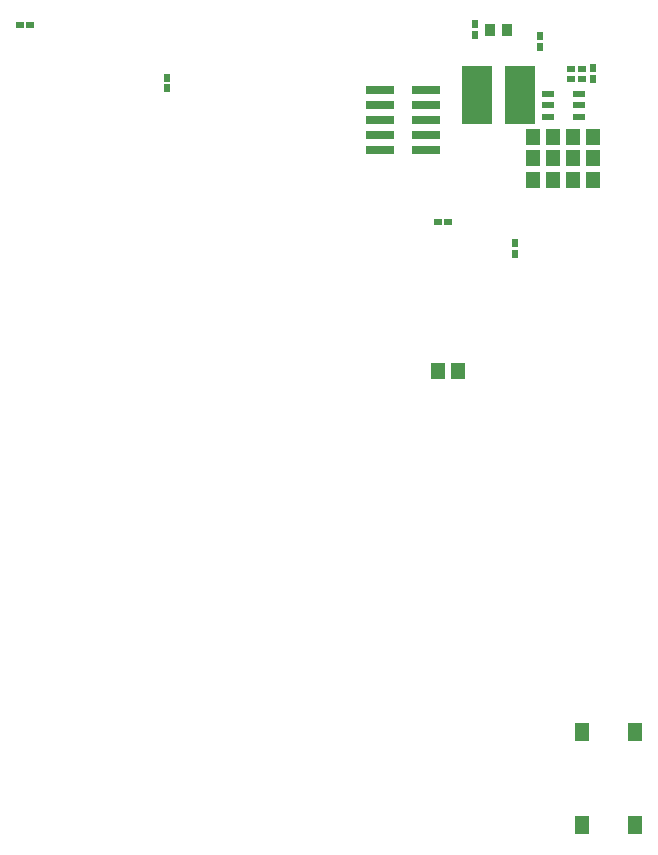
<source format=gtp>
G04*
G04 #@! TF.GenerationSoftware,Altium Limited,Altium Designer,19.0.15 (446)*
G04*
G04 Layer_Color=8421504*
%FSLAX44Y44*%
%MOMM*%
G71*
G01*
G75*
%ADD13R,1.0500X0.5500*%
%ADD14R,2.5000X4.9000*%
%ADD15R,1.2000X1.4000*%
%ADD16R,0.6500X0.5500*%
%ADD17R,0.6600X0.6200*%
%ADD18R,0.5500X0.6500*%
G04:AMPARAMS|DCode=19|XSize=0.76mm|YSize=2.4mm|CornerRadius=0.19mm|HoleSize=0mm|Usage=FLASHONLY|Rotation=270.000|XOffset=0mm|YOffset=0mm|HoleType=Round|Shape=RoundedRectangle|*
%AMROUNDEDRECTD19*
21,1,0.7600,2.0200,0,0,270.0*
21,1,0.3800,2.4000,0,0,270.0*
1,1,0.3800,-1.0100,-0.1900*
1,1,0.3800,-1.0100,0.1900*
1,1,0.3800,1.0100,0.1900*
1,1,0.3800,1.0100,-0.1900*
%
%ADD19ROUNDEDRECTD19*%
%ADD20R,1.3000X1.5500*%
%ADD21R,0.9000X1.1000*%
D13*
X508750Y649500D02*
D03*
Y640000D02*
D03*
Y630500D02*
D03*
X535250D02*
D03*
Y640000D02*
D03*
Y649500D02*
D03*
D14*
X449000Y649000D02*
D03*
X485000D02*
D03*
D15*
X496500Y577000D02*
D03*
X513500D02*
D03*
X496500Y595000D02*
D03*
X513500D02*
D03*
X496500Y613000D02*
D03*
X513500D02*
D03*
X547500Y577000D02*
D03*
X530500D02*
D03*
X547500Y595000D02*
D03*
X530500D02*
D03*
X547500Y613000D02*
D03*
X530500D02*
D03*
X415500Y415000D02*
D03*
X432500D02*
D03*
D16*
X537500Y662000D02*
D03*
X528500D02*
D03*
X415500Y541000D02*
D03*
X424500D02*
D03*
D17*
X537400Y671000D02*
D03*
X528600D02*
D03*
X70400Y708000D02*
D03*
X61600D02*
D03*
D18*
X547000Y671500D02*
D03*
Y662500D02*
D03*
X502000Y698500D02*
D03*
Y689500D02*
D03*
X186000Y663500D02*
D03*
Y654500D02*
D03*
X447000Y708500D02*
D03*
Y699500D02*
D03*
X481000Y514500D02*
D03*
Y523500D02*
D03*
D19*
X406000Y602000D02*
D03*
X367000D02*
D03*
X406000Y614700D02*
D03*
X367000D02*
D03*
X406000Y627400D02*
D03*
X367000D02*
D03*
X406000Y640100D02*
D03*
X367000D02*
D03*
X406000Y652800D02*
D03*
X367000D02*
D03*
D20*
X537500Y30250D02*
D03*
Y109750D02*
D03*
X582500D02*
D03*
Y30250D02*
D03*
D21*
X459500Y704000D02*
D03*
X474500D02*
D03*
M02*

</source>
